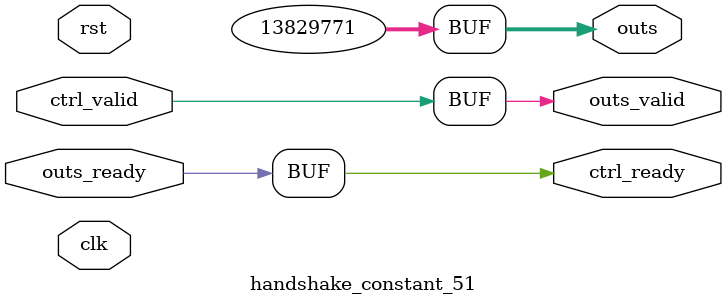
<source format=v>
`timescale 1ns / 1ps
module handshake_constant_51 #(
  parameter DATA_WIDTH = 32  // Default set to 32 bits
) (
  input                       clk,
  input                       rst,
  // Input Channel
  input                       ctrl_valid,
  output                      ctrl_ready,
  // Output Channel
  output [DATA_WIDTH - 1 : 0] outs,
  output                      outs_valid,
  input                       outs_ready
);
  assign outs       = 25'b0110100110000011010001011;
  assign outs_valid = ctrl_valid;
  assign ctrl_ready = outs_ready;

endmodule

</source>
